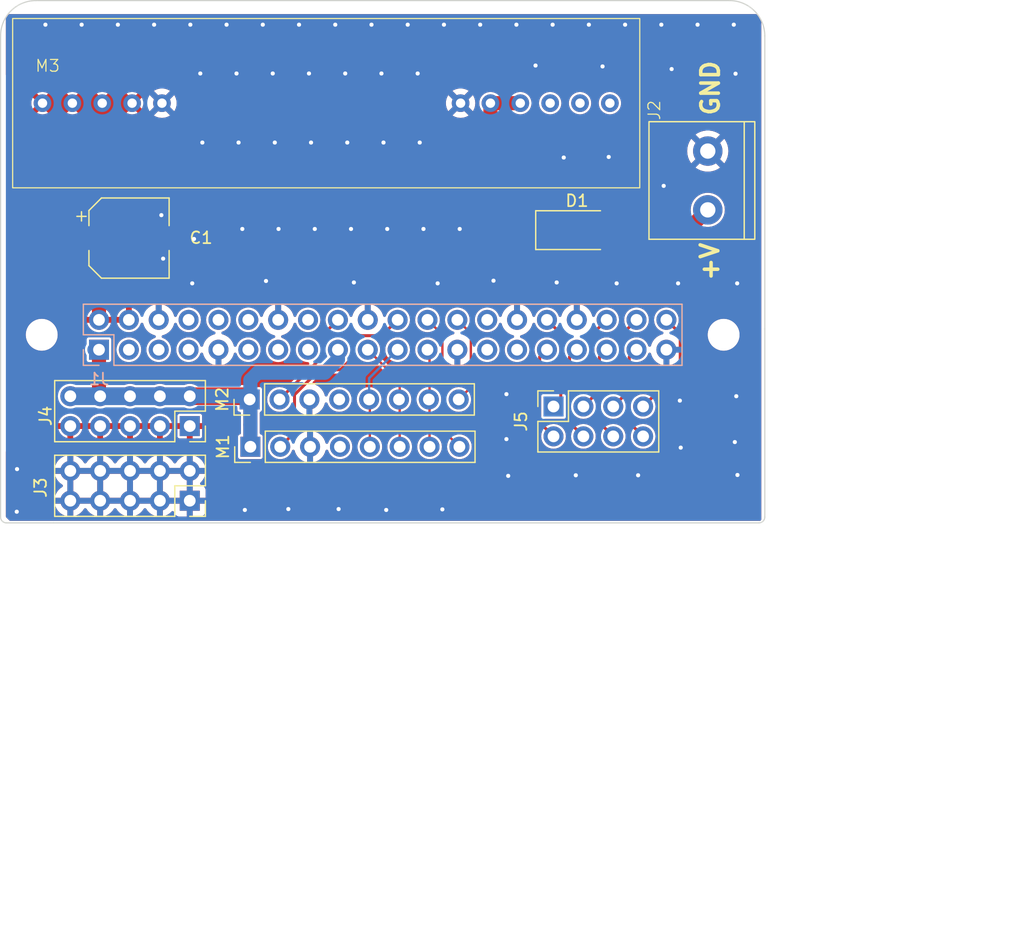
<source format=kicad_pcb>
(kicad_pcb (version 20240706) (generator "pcbnew") (generator_version "8.99")
  (title_block (date "2024-07-24"))
  (layers (0 "F.Cu" signal) (31 "B.Cu" signal) (34 "B.Paste" user) (35 "F.Paste" user) (36 "B.SilkS" user "B.Silkscreen") (37 "F.SilkS" user "F.Silkscreen") (38 "B.Mask" user) (39 "F.Mask" user) (44 "Edge.Cuts" user))
  (net 0 "")
  (net 1 "GND")
  (net 2 "/GPIO2{slash}SDA1")
  (net 3 "/GPIO3{slash}SCL1")
  (net 4 "/GPIO4{slash}GPCLK0")
  (net 5 "/GPIO14{slash}TXD0")
  (net 6 "/GPIO15{slash}RXD0")
  (net 7 "/GPIO17")
  (net 8 "/GPIO18{slash}PCM.CLK")
  (net 9 "/GPIO27")
  (net 10 "/GPIO22")
  (net 11 "/GPIO23")
  (net 12 "/GPIO24")
  (net 13 "/GPIO10{slash}SPI0.MOSI")
  (net 14 "/GPIO9{slash}SPI0.MISO")
  (net 15 "/GPIO25")
  (net 16 "/GPIO11{slash}SPI0.SCLK")
  (net 17 "/GPIO8{slash}SPI0.CE0")
  (net 18 "/GPIO7{slash}SPI0.CE1")
  (net 19 "/ID_SDA")
  (net 20 "/ID_SCL")
  (net 21 "/GPIO5")
  (net 22 "/GPIO6")
  (net 23 "/GPIO12{slash}PWM0")
  (net 24 "/GPIO13{slash}PWM1")
  (net 25 "/GPIO19{slash}PCM.FS")
  (net 26 "/GPIO16")
  (net 27 "/GPIO26")
  (net 28 "/GPIO20{slash}PCM.DIN")
  (net 29 "/GPIO21{slash}PCM.DOUT")
  (net 30 "+5V")
  (net 31 "+3V3")
  (net 37 "Net-(D1-A)")
  (net 38 "Net-(D1-K)")
  (footprint "Connector_PinSocket_2.54mm:PinSocket_2x05_P2.54mm_Vertical" (layer "F.Cu") (at 184.115 146.24 -90)
    (property "Reference" "J3" (at -1.115 12.69 -90) (layer "F.SilkS"))
    (property "Value" "Conn_02x05_Odd_Even")
    (fp_line (start -3.87 11.49) (end 1.33 11.49) (stroke (width 0.12)) (layer "F.SilkS"))
    (fp_line (start -1.27 1.27) (end 1.33 1.27) (stroke (width 0.12)) (layer "F.SilkS"))
    (fp_line (start 1.33 1.27) (end 1.33 11.49) (stroke (width 0.12)) (layer "F.SilkS"))
    (fp_line (start -3.87 -1.33) (end -3.87 11.49) (stroke (width 0.12)) (layer "F.SilkS"))
    (fp_line (start -3.87 -1.33) (end -1.27 -1.33) (stroke (width 0.12)) (layer "F.SilkS"))
    (fp_line (start -1.27 -1.33) (end -1.27 1.27) (stroke (width 0.12)) (layer "F.SilkS"))
    (fp_line (start 0 -1.33) (end 1.33 -1.33) (stroke (width 0.12)) (layer "F.SilkS"))
    (fp_line (start 1.33 -1.33) (end 1.33 0) (stroke (width 0.12)) (layer "F.SilkS"))
    (pad "1" thru_hole rect (at 0 0 270) (size 1.7 1.7) (drill 1) (layers "*.Cu" "*.Mask") (net 1 "GND"))
    (pad "2" thru_hole oval (at -2.54 0 270) (size 1.7 1.7) (drill 1) (layers "*.Cu" "*.Mask") (net 1 "GND"))
    (pad "3" thru_hole oval (at 0 2.54 270) (size 1.7 1.7) (drill 1) (layers "*.Cu" "*.Mask") (net 1 "GND"))
    (pad "4" thru_hole oval (at -2.54 2.54 270) (size 1.7 1.7) (drill 1) (layers "*.Cu" "*.Mask") (net 1 "GND"))
    (pad "5" thru_hole oval (at 0 5.08 270) (size 1.7 1.7) (drill 1) (layers "*.Cu" "*.Mask") (net 1 "GND"))
    (pad "6" thru_hole oval (at -2.54 5.08 270) (size 1.7 1.7) (drill 1) (layers "*.Cu" "*.Mask") (net 1 "GND"))
    (pad "7" thru_hole oval (at 0 7.62 270) (size 1.7 1.7) (drill 1) (layers "*.Cu" "*.Mask") (net 1 "GND"))
    (pad "8" thru_hole oval (at -2.54 7.62 270) (size 1.7 1.7) (drill 1) (layers "*.Cu" "*.Mask") (net 1 "GND"))
    (pad "9" thru_hole oval (at 0 10.16 270) (size 1.7 1.7) (drill 1) (layers "*.Cu" "*.Mask") (net 1 "GND"))
    (pad "10" thru_hole oval (at -2.54 10.16 270) (size 1.7 1.7) (drill 1) (layers "*.Cu" "*.Mask") (net 1 "GND"))
  )
  (footprint "MountingHole:MountingHole_2.7mm_M2.5" (layer "F.Cu") (at 229.525 132.125)
    (property "Reference" "MH2" (hide yes))
    (property "Value" "MountingHole_2.7mm_M2.5" (hide yes))
    (pad "" np_thru_hole circle (at 0 0) (size 2.7 2.7) (drill 2.7) (layers "*.Cu" "*.Mask"))
  )
  (footprint "Diode_SMD:D_SMA" (layer "F.Cu") (at 217.05 123.225)
    (property "Reference" "D1" (at 0 -2.5 0) (layer "F.SilkS"))
    (property "Value" "D_Small_Filled")
    (fp_line (start -3.51 -1.65) (end -3.51 1.65) (stroke (width 0.12)) (layer "F.SilkS"))
    (fp_line (start -3.51 -1.65) (end 2 -1.65) (stroke (width 0.12)) (layer "F.SilkS"))
    (fp_line (start -3.51 1.65) (end 2 1.65) (stroke (width 0.12)) (layer "F.SilkS"))
    (pad "1" smd roundrect (at -2 0) (size 2.5 1.8) (layers "F.Cu" "F.Paste" "F.Mask") (roundrect_rratio 0.1388888889) (net 38 "Net-(D1-K)"))
    (pad "2" smd roundrect (at 2 0) (size 2.5 1.8) (layers "F.Cu" "F.Paste" "F.Mask") (roundrect_rratio 0.1388888889) (net 37 "Net-(D1-A)"))
  )
  (footprint "Connector_PinHeader_2.54mm:PinHeader_1x08_P2.54mm_Vertical" (layer "F.Cu") (at 189.21 137.625 90)
    (property "Reference" "M2" (at 0 -2.33 90) (layer "F.SilkS"))
    (property "Value" "~")
    (fp_line (start -1.33 -1.33) (end 0 -1.33) (stroke (width 0.12)) (layer "F.SilkS"))
    (fp_line (start -1.33 0) (end -1.33 -1.33) (stroke (width 0.12)) (layer "F.SilkS"))
    (fp_line (start 1.33 1.27) (end 1.33 19.11) (stroke (width 0.12)) (layer "F.SilkS"))
    (fp_line (start -1.33 1.27) (end 1.33 1.27) (stroke (width 0.12)) (layer "F.SilkS"))
    (fp_line (start -1.33 1.27) (end -1.33 19.11) (stroke (width 0.12)) (layer "F.SilkS"))
    (fp_line (start -1.33 19.11) (end 1.33 19.11) (stroke (width 0.12)) (layer "F.SilkS"))
    (pad "1" thru_hole rect (at 0 0 90) (size 1.7 1.7) (drill 1) (layers "*.Cu" "*.Mask") (net 31 "+3V3"))
    (pad "2" thru_hole oval (at 0 2.54 90) (size 1.7 1.7) (drill 1) (layers "*.Cu" "*.Mask") (net 12 "/GPIO24"))
    (pad "3" thru_hole oval (at 0 5.08 90) (size 1.7 1.7) (drill 1) (layers "*.Cu" "*.Mask") (net 1 "GND"))
    (pad "4" thru_hole oval (at 0 7.62 90) (size 1.7 1.7) (drill 1) (layers "*.Cu" "*.Mask"))
    (pad "5" thru_hole oval (at 0 10.16 90) (size 1.7 1.7) (drill 1) (layers "*.Cu" "*.Mask") (net 14 "/GPIO9{slash}SPI0.MISO"))
    (pad "6" thru_hole oval (at 0 12.7 90) (size 1.7 1.7) (drill 1) (layers "*.Cu" "*.Mask") (net 13 "/GPIO10{slash}SPI0.MOSI"))
    (pad "7" thru_hole oval (at 0 15.24 90) (size 1.7 1.7) (drill 1) (layers "*.Cu" "*.Mask") (net 16 "/GPIO11{slash}SPI0.SCLK"))
    (pad "8" thru_hole oval (at 0 17.78 90) (size 1.7 1.7) (drill 1) (layers "*.Cu" "*.Mask") (net 18 "/GPIO7{slash}SPI0.CE1"))
  )
  (footprint "Connector_PinSocket_2.54mm:PinSocket_2x05_P2.54mm_Vertical" (layer "F.Cu") (at 184.115 139.89 -90)
    (property "Reference" "J4" (at -0.865 12.265 -90) (layer "F.SilkS"))
    (property "Value" "Conn_02x05_Odd_Even")
    (fp_line (start -3.87 11.49) (end 1.33 11.49) (stroke (width 0.12)) (layer "F.SilkS"))
    (fp_line (start -1.27 1.27) (end 1.33 1.27) (stroke (width 0.12)) (layer "F.SilkS"))
    (fp_line (start 1.33 1.27) (end 1.33 11.49) (stroke (width 0.12)) (layer "F.SilkS"))
    (fp_line (start -3.87 -1.33) (end -3.87 11.49) (stroke (width 0.12)) (layer "F.SilkS"))
    (fp_line (start -3.87 -1.33) (end -1.27 -1.33) (stroke (width 0.12)) (layer "F.SilkS"))
    (fp_line (start -1.27 -1.33) (end -1.27 1.27) (stroke (width 0.12)) (layer "F.SilkS"))
    (fp_line (start 0 -1.33) (end 1.33 -1.33) (stroke (width 0.12)) (layer "F.SilkS"))
    (fp_line (start 1.33 -1.33) (end 1.33 0) (stroke (width 0.12)) (layer "F.SilkS"))
    (pad "1" thru_hole rect (at 0 0 270) (size 1.7 1.7) (drill 1) (layers "*.Cu" "*.Mask") (net 30 "+5V"))
    (pad "2" thru_hole oval (at -2.54 0 270) (size 1.7 1.7) (drill 1) (layers "*.Cu" "*.Mask") (net 31 "+3V3"))
    (pad "3" thru_hole oval (at 0 2.54 270) (size 1.7 1.7) (drill 1) (layers "*.Cu" "*.Mask") (net 30 "+5V"))
    (pad "4" thru_hole oval (at -2.54 2.54 270) (size 1.7 1.7) (drill 1) (layers "*.Cu" "*.Mask") (net 31 "+3V3"))
    (pad "5" thru_hole oval (at 0 5.08 270) (size 1.7 1.7) (drill 1) (layers "*.Cu" "*.Mask") (net 30 "+5V"))
    (pad "6" thru_hole oval (at -2.54 5.08 270) (size 1.7 1.7) (drill 1) (layers "*.Cu" "*.Mask") (net 31 "+3V3"))
    (pad "7" thru_hole oval (at 0 7.62 270) (size 1.7 1.7) (drill 1) (layers "*.Cu" "*.Mask") (net 30 "+5V"))
    (pad "8" thru_hole oval (at -2.54 7.62 270) (size 1.7 1.7) (drill 1) (layers "*.Cu" "*.Mask") (net 31 "+3V3"))
    (pad "9" thru_hole oval (at 0 10.16 270) (size 1.7 1.7) (drill 1) (layers "*.Cu" "*.Mask") (net 30 "+5V"))
    (pad "10" thru_hole oval (at -2.54 10.16 270) (size 1.7 1.7) (drill 1) (layers "*.Cu" "*.Mask") (net 31 "+3V3"))
  )
  (footprint "MountingHole:MountingHole_2.7mm_M2.5" (layer "F.Cu") (at 171.525 132.125)
    (property "Reference" "MH1" (hide yes))
    (property "Value" "MountingHole_2.7mm_M2.5" (hide yes))
    (pad "" np_thru_hole circle (at 0 0) (size 2.7 2.7) (drill 2.7) (layers "*.Cu" "*.Mask"))
  )
  (footprint "Capacitor_SMD:CP_Elec_6.3x7.7" (layer "F.Cu") (at 178.95 123.9)
    (property "Reference" "C1" (at 6.125 -0.025 0) (layer "F.SilkS"))
    (property "Value" "100uF")
    (fp_line (start -4.4375 -1.8475) (end -3.65 -1.8475) (stroke (width 0.12)) (layer "F.SilkS"))
    (fp_line (start -4.04375 -2.24125) (end -4.04375 -1.45375) (stroke (width 0.12)) (layer "F.SilkS"))
    (fp_line (start -3.41 -2.345563) (end -3.41 -1.06) (stroke (width 0.12)) (layer "F.SilkS"))
    (fp_line (start -3.41 -2.345563) (end -2.345563 -3.41) (stroke (width 0.12)) (layer "F.SilkS"))
    (fp_line (start -3.41 2.345563) (end -3.41 1.06) (stroke (width 0.12)) (layer "F.SilkS"))
    (fp_line (start -3.41 2.345563) (end -2.345563 3.41) (stroke (width 0.12)) (layer "F.SilkS"))
    (fp_line (start -2.345563 -3.41) (end 3.41 -3.41) (stroke (width 0.12)) (layer "F.SilkS"))
    (fp_line (start -2.345563 3.41) (end 3.41 3.41) (stroke (width 0.12)) (layer "F.SilkS"))
    (fp_line (start 3.41 -3.41) (end 3.41 -1.06) (stroke (width 0.12)) (layer "F.SilkS"))
    (fp_line (start 3.41 3.41) (end 3.41 1.06) (stroke (width 0.12)) (layer "F.SilkS"))
    (pad "1" smd roundrect (at -2.7 0) (size 3.5 1.6) (layers "F.Cu" "F.Paste" "F.Mask") (roundrect_rratio 0.15625) (net 30 "+5V"))
    (pad "2" smd roundrect (at 2.7 0) (size 3.5 1.6) (layers "F.Cu" "F.Paste" "F.Mask") (roundrect_rratio 0.15625) (net 1 "GND"))
  )
  (footprint "Connector_PinHeader_2.54mm:PinHeader_1x08_P2.54mm_Vertical" (layer "F.Cu") (at 189.27 141.65 90)
    (property "Reference" "M1" (at 0 -2.33 90) (layer "F.SilkS"))
    (property "Value" "~")
    (fp_line (start -1.33 -1.33) (end 0 -1.33) (stroke (width 0.12)) (layer "F.SilkS"))
    (fp_line (start -1.33 0) (end -1.33 -1.33) (stroke (width 0.12)) (layer "F.SilkS"))
    (fp_line (start 1.33 1.27) (end 1.33 19.11) (stroke (width 0.12)) (layer "F.SilkS"))
    (fp_line (start -1.33 1.27) (end 1.33 1.27) (stroke (width 0.12)) (layer "F.SilkS"))
    (fp_line (start -1.33 1.27) (end -1.33 19.11) (stroke (width 0.12)) (layer "F.SilkS"))
    (fp_line (start -1.33 19.11) (end 1.33 19.11) (stroke (width 0.12)) (layer "F.SilkS"))
    (pad "1" thru_hole rect (at 0 0 90) (size 1.7 1.7) (drill 1) (layers "*.Cu" "*.Mask") (net 31 "+3V3"))
    (pad "2" thru_hole oval (at 0 2.54 90) (size 1.7 1.7) (drill 1) (layers "*.Cu" "*.Mask") (net 15 "/GPIO25"))
    (pad "3" thru_hole oval (at 0 5.08 90) (size 1.7 1.7) (drill 1) (layers "*.Cu" "*.Mask") (net 1 "GND"))
    (pad "4" thru_hole oval (at 0 7.62 90) (size 1.7 1.7) (drill 1) (layers "*.Cu" "*.Mask"))
    (pad "5" thru_hole oval (at 0 10.16 90) (size 1.7 1.7) (drill 1) (layers "*.Cu" "*.Mask") (net 14 "/GPIO9{slash}SPI0.MISO"))
    (pad "6" thru_hole oval (at 0 12.7 90) (size 1.7 1.7) (drill 1) (layers "*.Cu" "*.Mask") (net 13 "/GPIO10{slash}SPI0.MOSI"))
    (pad "7" thru_hole oval (at 0 15.24 90) (size 1.7 1.7) (drill 1) (layers "*.Cu" "*.Mask") (net 16 "/GPIO11{slash}SPI0.SCLK"))
    (pad "8" thru_hole oval (at 0 17.78 90) (size 1.7 1.7) (drill 1) (layers "*.Cu" "*.Mask") (net 17 "/GPIO8{slash}SPI0.CE0"))
  )
  (footprint "My Footprints:Conn_CUI_TB003-500-P02BE" (layer "F.Cu") (at 228.175 119 90)
    (property "Reference" "J2" (at 5.975 -4.55 90) (layer "F.SilkS") (effects (font (thickness 0.1))))
    (property "Value" "Screw_Terminal_01x02")
    (fp_line (start -5 3.1) (end 5 3.1) (stroke (width 0.12)) (layer "F.SilkS"))
    (fp_rect (start -5 -5) (end 5 4) (stroke (width 0.12)) (fill none) (layer "F.SilkS"))
    (pad "1" thru_hole circle (at -2.5 0 90) (size 2.5 2.5) (drill 1.3) (layers "*.Cu" "*.Mask") (net 37 "Net-(D1-A)"))
    (pad "2" thru_hole circle (at 2.5 0 90) (size 2.5 2.5) (drill 1.3) (layers "*.Cu" "*.Mask") (net 1 "GND"))
  )
  (footprint "Connector_PinSocket_2.54mm:PinSocket_2x04_P2.54mm_Vertical" (layer "F.Cu") (at 215.055 138.225 90)
    (property "Reference" "J5" (at -1.27 -2.77 90) (layer "F.SilkS"))
    (property "Value" "Conn_02x04_Counter_Clockwise")
    (fp_line (start 1.33 -1.33) (end 1.33 0) (stroke (width 0.12)) (layer "F.SilkS"))
    (fp_line (start 0 -1.33) (end 1.33 -1.33) (stroke (width 0.12)) (layer "F.SilkS"))
    (fp_line (start -1.27 -1.33) (end -1.27 1.27) (stroke (width 0.12)) (layer "F.SilkS"))
    (fp_line (start -3.87 -1.33) (end -1.27 -1.33) (stroke (width 0.12)) (layer "F.SilkS"))
    (fp_line (start -3.87 -1.33) (end -3.87 8.95) (stroke (width 0.12)) (layer "F.SilkS"))
    (fp_line (start 1.33 1.27) (end 1.33 8.95) (stroke (width 0.12)) (layer "F.SilkS"))
    (fp_line (start -1.27 1.27) (end 1.33 1.27) (stroke (width 0.12)) (layer "F.SilkS"))
    (fp_line (start -3.87 8.95) (end 1.33 8.95) (stroke (width 0.12)) (layer "F.SilkS"))
    (pad "1" thru_hole rect (at 0 0 90) (size 1.7 1.7) (drill 1) (layers "*.Cu" "*.Mask") (net 23 "/GPIO12{slash}PWM0"))
    (pad "2" thru_hole oval (at -2.54 0 90) (size 1.7 1.7) (drill 1) (layers "*.Cu" "*.Mask") (net 22 "/GPIO6"))
    (pad "3" thru_hole oval (at 0 2.54 90) (size 1.7 1.7) (drill 1) (layers "*.Cu" "*.Mask") (net 26 "/GPIO16"))
    (pad "4" thru_hole oval (at -2.54 2.54 90) (size 1.7 1.7) (drill 1) (layers "*.Cu" "*.Mask") (net 24 "/GPIO13{slash}PWM1"))
    (pad "5" thru_hole oval (at 0 5.08 90) (size 1.7 1.7) (drill 1) (layers "*.Cu" "*.Mask") (net 28 "/GPIO20{slash}PCM.DIN"))
    (pad "6" thru_hole oval (at -2.54 5.08 90) (size 1.7 1.7) (drill 1) (layers "*.Cu" "*.Mask") (net 25 "/GPIO19{slash}PCM.FS"))
    (pad "7" thru_hole oval (at 0 7.62 90) (size 1.7 1.7) (drill 1) (layers "*.Cu" "*.Mask") (net 29 "/GPIO21{slash}PCM.DOUT"))
    (pad "8" thru_hole oval (at -2.54 7.62 90) (size 1.7 1.7) (drill 1) (layers "*.Cu" "*.Mask") (net 27 "/GPIO26"))
  )
  (footprint "My Footprints:MeanWell_NID35-5" (layer "F.Cu") (at 171.59 112.425)
    (property "Reference" "M3" (at 0.435 -3.175 0) (layer "F.SilkS") (effects (font (thickness 0.1))))
    (property "Value" "MeanWell_NID35-5")
    (fp_rect (start -2.54 -7.2) (end 50.8 7.2) (stroke (width 0.1)) (fill none) (layer "F.SilkS"))
    (pad "1" thru_hole circle (at 0 0) (size 1.5 1.5) (drill 0.8) (layers "*.Cu" "*.Mask") (net 30 "+5V"))
    (pad "2" thru_hole circle (at 2.54 0) (size 1.5 1.5) (drill 0.8) (layers "*.Cu" "*.Mask") (net 30 "+5V"))
    (pad "3" thru_hole circle (at 5.08 0) (size 1.5 1.5) (drill 0.8) (layers "*.Cu" "*.Mask") (net 30 "+5V"))
    (pad "4" thru_hole circle (at 7.62 0) (size 1.5 1.5) (drill 0.8) (layers "*.Cu" "*.Mask") (net 30 "+5V"))
    (pad "5" thru_hole circle (at 10.16 0) (size 1.5 1.5) (drill 0.8) (layers "*.Cu" "*.Mask") (net 1 "GND"))
    (pad "6" thru_hole circle (at 35.56 0) (size 1.5 1.5) (drill 0.8) (layers "*.Cu" "*.Mask") (net 1 "GND"))
    (pad "7" thru_hole circle (at 38.1 0) (size 1.5 1.5) (drill 0.8) (layers "*.Cu" "*.Mask") (net 38 "Net-(D1-K)"))
    (pad "8" thru_hole circle (at 40.64 0) (size 1.5 1.5) (drill 0.8) (layers "*.Cu" "*.Mask") (net 38 "Net-(D1-K)"))
    (pad "9" thru_hole circle (at 43.18 0) (size 1.5 1.5) (drill 0.8) (layers "*.Cu" "*.Mask"))
    (pad "10" thru_hole circle (at 45.72 0) (size 1.5 1.5) (drill 0.8) (layers "*.Cu" "*.Mask"))
    (pad "11" thru_hole circle (at 48.26 0) (size 1.5 1.5) (drill 0.8) (layers "*.Cu" "*.Mask"))
  )
  (footprint "Connector_PinSocket_2.54mm:PinSocket_2x20_P2.54mm_Vertical" (layer "B.Cu") (at 176.395 133.395 -90)
    (property "Reference" "J1" (at 2.5 0 0) (layer "B.SilkS") (effects (justify mirror)))
    (property "Value" "Conn_02x20_Odd_Even")
    (fp_line (start -3.87 1.33) (end -1.27 1.33) (stroke (width 0.12)) (layer "B.SilkS"))
    (fp_line (start -3.87 1.33) (end -3.87 -49.59) (stroke (width 0.12)) (layer "B.SilkS"))
    (fp_line (start -1.27 1.33) (end -1.27 -1.27) (stroke (width 0.12)) (layer "B.SilkS"))
    (fp_line (start 0 1.33) (end 1.33 1.33) (stroke (width 0.12)) (layer "B.SilkS"))
    (fp_line (start 1.33 1.33) (end 1.33 0) (stroke (width 0.12)) (layer "B.SilkS"))
    (fp_line (start -1.27 -1.27) (end 1.33 -1.27) (stroke (width 0.12)) (layer "B.SilkS"))
    (fp_line (start 1.33 -1.27) (end 1.33 -49.59) (stroke (width 0.12)) (layer "B.SilkS"))
    (fp_line (start -3.87 -49.59) (end 1.33 -49.59) (stroke (width 0.12)) (layer "B.SilkS"))
    (pad "1" thru_hole rect (at 0 0 270) (size 1.7 1.7) (drill 1) (layers "*.Cu" "*.Mask") (net 31 "+3V3"))
    (pad "2" thru_hole oval (at -2.54 0 270) (size 1.7 1.7) (drill 1) (layers "*.Cu" "*.Mask") (net 30 "+5V"))
    (pad "3" thru_hole oval (at 0 -2.54 270) (size 1.7 1.7) (drill 1) (layers "*.Cu" "*.Mask") (net 2 "/GPIO2{slash}SDA1"))
    (pad "4" thru_hole oval (at -2.54 -2.54 270) (size 1.7 1.7) (drill 1) (layers "*.Cu" "*.Mask") (net 30 "+5V"))
    (pad "5" thru_hole oval (at 0 -5.08 270) (size 1.7 1.7) (drill 1) (layers "*.Cu" "*.Mask") (net 3 "/GPIO3{slash}SCL1"))
    (pad "6" thru_hole oval (at -2.54 -5.08 270) (size 1.7 1.7) (drill 1) (layers "*.Cu" "*.Mask") (net 1 "GND"))
    (pad "7" thru_hole oval (at 0 -7.62 270) (size 1.7 1.7) (drill 1) (layers "*.Cu" "*.Mask") (net 4 "/GPIO4{slash}GPCLK0"))
    (pad "8" thru_hole oval (at -2.54 -7.62 270) (size 1.7 1.7) (drill 1) (layers "*.Cu" "*.Mask") (net 5 "/GPIO14{slash}TXD0"))
    (pad "9" thru_hole oval (at 0 -10.16 270) (size 1.7 1.7) (drill 1) (layers "*.Cu" "*.Mask") (net 1 "GND"))
    (pad "10" thru_hole oval (at -2.54 -10.16 270) (size 1.7 1.7) (drill 1) (layers "*.Cu" "*.Mask") (net 6 "/GPIO15{slash}RXD0"))
    (pad "11" thru_hole oval (at 0 -12.7 270) (size 1.7 1.7) (drill 1) (layers "*.Cu" "*.Mask") (net 7 "/GPIO17"))
    (pad "12" thru_hole oval (at -2.54 -12.7 270) (size 1.7 1.7) (drill 1) (layers "*.Cu" "*.Mask") (net 8 "/GPIO18{slash}PCM.CLK"))
    (pad "13" thru_hole oval (at 0 -15.24 270) (size 1.7 1.7) (drill 1) (layers "*.Cu" "*.Mask") (net 9 "/GPIO27"))
    (pad "14" thru_hole oval (at -2.54 -15.24 270) (size 1.7 1.7) (drill 1) (layers "*.Cu" "*.Mask") (net 1 "GND"))
    (pad "15" thru_hole oval (at 0 -17.78 270) (size 1.7 1.7) (drill 1) (layers "*.Cu" "*.Mask") (net 10 "/GPIO22"))
    (pad "16" thru_hole oval (at -2.54 -17.78 270) (size 1.7 1.7) (drill 1) (layers "*.Cu" "*.Mask") (net 11 "/GPIO23"))
    (pad "17" thru_hole oval (at 0 -20.32 270) (size 1.7 1.7) (drill 1) (layers "*.Cu" "*.Mask") (net 31 "+3V3"))
    (pad "18" thru_hole oval (at -2.54 -20.32 270) (size 1.7 1.7) (drill 1) (layers "*.Cu" "*.Mask") (net 12 "/GPIO24"))
    (pad "19" thru_hole oval (at 0 -22.86 270) (size 1.7 1.7) (drill 1) (layers "*.Cu" "*.Mask") (net 13 "/GPIO10{slash}SPI0.MOSI"))
    (pad "20" thru_hole oval (at -2.54 -22.86 270) (size 1.7 1.7) (drill 1) (layers "*.Cu" "*.Mask") (net 1 "GND"))
    (pad "21" thru_hole oval (at 0 -25.4 270) (size 1.7 1.7) (drill 1) (layers "*.Cu" "*.Mask") (net 14 "/GPIO9{slash}SPI0.MISO"))
    (pad "22" thru_hole oval (at -2.54 -25.4 270) (size 1.7 1.7) (drill 1) (layers "*.Cu" "*.Mask") (net 15 "/GPIO25"))
    (pad "23" thru_hole oval (at 0 -27.94 270) (size 1.7 1.7) (drill 1) (layers "*.Cu" "*.Mask") (net 16 "/GPIO11{slash}SPI0.SCLK"))
    (pad "24" thru_hole oval (at -2.54 -27.94 270) (size 1.7 1.7) (drill 1) (layers "*.Cu" "*.Mask") (net 17 "/GPIO8{slash}SPI0.CE0"))
    (pad "25" thru_hole oval (at 0 -30.48 270) (size 1.7 1.7) (drill 1) (layers "*.Cu" "*.Mask") (net 1 "GND"))
    (pad "26" thru_hole oval (at -2.54 -30.48 270) (size 1.7 1.7) (drill 1) (layers "*.Cu" "*.Mask") (net 18 "/GPIO7{slash}SPI0.CE1"))
    (pad "27" thru_hole oval (at 0 -33.02 270) (size 1.7 1.7) (drill 1) (layers "*.Cu" "*.Mask") (net 19 "/ID_SDA"))
    (pad "28" thru_hole oval (at -2.54 -33.02 270) (size 1.7 1.7) (drill 1) (layers "*.Cu" "*.Mask") (net 20 "/ID_SCL"))
    (pad "29" thru_hole oval (at 0 -35.56 270) (size 1.7 1.7) (drill 1) (layers "*.Cu" "*.Mask") (net 21 "/GPIO5"))
    (pad "30" thru_hole oval (at -2.54 -35.56 270) (size 1.7 1.7) (drill 1) (layers "*.Cu" "*.Mask") (net 1 "GND"))
    (pad "31" thru_hole oval (at 0 -38.1 270) (size 1.7 1.7) (drill 1) (layers "*.Cu" "*.Mask") (net 22 "/GPIO6"))
    (pad "32" thru_hole oval (at -2.54 -38.1 270) (size 1.7 1.7) (drill 1) (layers "*.Cu" "*.Mask") (net 23 "/GPIO12{slash}PWM0"))
    (pad "33" thru_hole oval (at 0 -40.64 270) (size 1.7 1.7) (drill 1) (layers "*.Cu" "*.Mask") (net 24 "/GPIO13{slash}PWM1"))
    (pad "34" thru_hole oval (at -2.54 -40.64 270) (size 1.7 1.7) (drill 1) (layers "*.Cu" "*.Mask") (net 1 "GND"))
    (pad "35" thru_hole oval (at 0 -43.18 270) (size 1.7 1.7) (drill 1) (layers "*.Cu" "*.Mask") (net 25 "/GPIO19{slash}PCM.FS"))
    (pad "36" thru_hole oval (at -2.54 -43.18 270) (size 1.7 1.7) (drill 1) (layers "*.Cu" "*.Mask") (net 26 "/GPIO16"))
    (pad "37" thru_hole oval (at 0 -45.72 270) (size 1.7 1.7) (drill 1) (layers "*.Cu" "*.Mask") (net 27 "/GPIO26"))
    (pad "38" thru_hole oval (at -2.54 -45.72 270) (size 1.7 1.7) (drill 1) (layers "*.Cu" "*.Mask") (net 28 "/GPIO20{slash}PCM.DIN"))
    (pad "39" thru_hole oval (at 0 -48.26 270) (size 1.7 1.7) (drill 1) (layers "*.Cu" "*.Mask") (net 1 "GND"))
    (pad "40" thru_hole oval (at -2.54 -48.26 270) (size 1.7 1.7) (drill 1) (layers "*.Cu" "*.Mask") (net 29 "/GPIO21{slash}PCM.DOUT"))
  )
  (gr_arc (start 168.525 148.125) (mid 168.171447 147.978553) (end 168.025 147.625) (stroke (width 0.1)) (layer "Edge.Cuts"))
  (gr_line (start 233.025 147.625) (end 233.025 131.625) (stroke (width 0.1)) (layer "Edge.Cuts"))
  (gr_line (start 230.025 103.7) (end 171.025 103.7) (stroke (width 0.1)) (layer "Edge.Cuts"))
  (gr_line (start 168.025 131.625) (end 168.025 147.625) (stroke (width 0.1)) (layer "Edge.Cuts"))
  (gr_line (start 168.025 131.625) (end 168.025 106.7) (stroke (width 0.1)) (layer "Edge.Cuts"))
  (gr_arc (start 168.025 106.7) (mid 168.90368 104.57868) (end 171.025 103.7) (stroke (width 0.1)) (layer "Edge.Cuts"))
  (gr_arc (start 233.025 147.625) (mid 232.878553 147.978553) (end 232.525 148.125) (stroke (width 0.1)) (layer "Edge.Cuts"))
  (gr_line (start 172.525 148.125) (end 232.525 148.125) (stroke (width 0.1)) (layer "Edge.Cuts"))
  (gr_arc (start 230.025 103.7) (mid 232.14632 104.57868) (end 233.025 106.7) (stroke (width 0.1)) (layer "Edge.Cuts"))
  (gr_line (start 233.025 106.7) (end 233.025 131.625) (stroke (width 0.1)) (layer "Edge.Cuts"))
  (gr_line (start 168.525 148.125) (end 172.525 148.125) (stroke (width 0.1)) (layer "Edge.Cuts"))
  (gr_text "BK Telematics  RFID HAT V1" (at 209.125 147.25 0) (layer "F.Cu") (effects (font (size 1 1)) (justify left bottom)))
  (gr_text "+V" (at 229.225 127.675 90) (layer "F.SilkS") (effects (font (size 1.5 1.5) (thickness 0.3) (bold yes)) (justify left bottom)))
  (gr_text "GND" (at 229.275 113.625 90) (layer "F.SilkS") (effects (font (size 1.5 1.5) (thickness 0.3) (bold yes)) (justify left bottom)))
  (via (at 188.092105 109.9) (size 0.7) (drill 0.35) (layers "F.Cu" "B.Cu") (net 1))
  (via (at 191.348684 115.775) (size 0.7) (drill 0.35) (layers "F.Cu" "B.Cu") (net 1))
  (via (at 194.748684 123.125) (size 0.7) (drill 0.35) (layers "F.Cu" "B.Cu") (net 1))
  (via (at 230.475 141.25) (size 0.7) (drill 0.35) (layers "F.Cu" "B.Cu") (net 1))
  (via (at 207.075 123.125) (size 0.7) (drill 0.35) (layers "F.Cu" "B.Cu") (net 1))
  (via (at 185.010527 109.9) (size 0.7) (drill 0.35) (layers "F.Cu" "B.Cu") (net 1))
  (via (at 185.185527 115.775) (size 0.7) (drill 0.35) (layers "F.Cu" "B.Cu") (net 1))
  (via (at 230.675 127.75) (size 0.7) (drill 0.35) (layers "F.Cu" "B.Cu") (net 1))
  (via (at 203.5 109.9) (size 0.7) (drill 0.35) (layers "F.Cu" "B.Cu") (net 1))
  (via (at 199.572369 105.75) (size 0.7) (drill 0.35) (layers "F.Cu" "B.Cu") (net 1))
  (via (at 214.980264 105.75) (size 0.7) (drill 0.35) (layers "F.Cu" "B.Cu") (net 1))
  (via (at 169.4 147.175) (size 0.7) (drill 0.35) (layers "F.Cu" "B.Cu") (net 1))
  (via (at 222.25 144.075) (size 0.7) (drill 0.35) (layers "F.Cu" "B.Cu") (net 1))
  (via (at 171.838159 105.75) (size 0.7) (drill 0.35) (layers "F.Cu" "B.Cu") (net 1))
  (via (at 224.225 105.75) (size 0.7) (drill 0.35) (layers "F.Cu" "B.Cu") (net 1))
  (via (at 200.911842 123.125) (size 0.7) (drill 0.35) (layers "F.Cu" "B.Cu") (net 1))
  (via (at 211.2 144.125) (size 0.7) (drill 0.35) (layers "F.Cu" "B.Cu") (net 1))
  (via (at 193.409211 105.75) (size 0.7) (drill 0.35) (layers "F.Cu" "B.Cu") (net 1))
  (via (at 188.8 147.025) (size 0.7) (drill 0.35) (layers "F.Cu" "B.Cu") (net 1))
  (via (at 194.255263 109.9) (size 0.7) (drill 0.35) (layers "F.Cu" "B.Cu") (net 1))
  (via (at 197.511842 115.775) (size 0.7) (drill 0.35) (layers "F.Cu" "B.Cu") (net 1))
  (via (at 219.225 109.3) (size 0.7) (drill 0.35) (layers "F.Cu" "B.Cu") (net 1))
  (via (at 230.388158 105.75) (size 0.7) (drill 0.35) (layers "F.Cu" "B.Cu") (net 1))
  (via (at 220.425 127.75) (size 0.7) (drill 0.35) (layers "F.Cu" "B.Cu") (net 1))
  (via (at 227.306579 105.75) (size 0.7) (drill 0.35) (layers "F.Cu" "B.Cu") (net 1))
  (via (at 181.85 125.65) (size 0.7) (drill 0.35) (layers "F.Cu" "B.Cu") (net 1))
  (via (at 205.6 146.975) (size 0.7) (drill 0.35) (layers "F.Cu" "B.Cu") (net 1))
  (via (at 200.593421 115.775) (size 0.7) (drill 0.35) (layers "F.Cu" "B.Cu") (net 1))
  (via (at 188.267105 115.775) (size 0.7) (drill 0.35) (layers "F.Cu" "B.Cu") (net 1))
  (via (at 184.164475 105.75) (size 0.7) (drill 0.35) (layers "F.Cu" "B.Cu") (net 1))
  (via (at 211.05 137.175) (size 0.7) (drill 0.35) (layers "F.Cu" "B.Cu") (net 1))
  (via (at 218.061842 105.75) (size 0.7) (drill 0.35) (layers "F.Cu" "B.Cu") (net 1))
  (via (at 181.082896 105.75) (size 0.7) (drill 0.35) (layers "F.Cu" "B.Cu") (net 1))
  (via (at 192.5 146.95) (size 0.7) (drill 0.35) (layers "F.Cu" "B.Cu") (net 1))
  (via (at 196.49079 105.75) (size 0.7) (drill 0.35) (layers "F.Cu" "B.Cu") (net 1))
  (via (at 181.7 121.95) (size 0.7) (drill 0.35) (layers "F.Cu" "B.Cu") (net 1))
  (via (at 230.7 144.05) (size 0.7) (drill 0.35) (layers "F.Cu" "B.Cu") (net 1))
  (via (at 197.830263 123.125) (size 0.7) (drill 0.35) (layers "F.Cu" "B.Cu") (net 1))
  (via (at 169.425 143.55) (size 0.7) (drill 0.35) (layers "F.Cu" "B.Cu") (net 1))
  (via (at 197.336842 109.9) (size 0.7) (drill 0.35) (layers "F.Cu" "B.Cu") (net 1))
  (via (at 225.65 127.75) (size 0.7) (drill 0.35) (layers "F.Cu" "B.Cu") (net 1))
  (via (at 225.1 109.525) (size 0.7) (drill 0.35) (layers "F.Cu" "B.Cu") (net 1))
  (via (at 219.75 117) (size 0.7) (drill 0.35) (layers "F.Cu" "B.Cu") (net 1))
  (via (at 202.653948 105.75) (size 0.7) (drill 0.35) (layers "F.Cu" "B.Cu") (net 1))
  (via (at 230.537134 109.919562) (size 0.7) (drill 0.35) (layers "F.Cu" "B.Cu") (net 1))
  (via (at 211.898685 105.75) (size 0.7) (drill 0.35) (layers "F.Cu" "B.Cu") (net 1))
  (via (at 174.919738 105.75) (size 0.7) (drill 0.35) (layers "F.Cu" "B.Cu") (net 1))
  (via (at 200.418421 109.9) (size 0.7) (drill 0.35) (layers "F.Cu" "B.Cu") (net 1))
  (via (at 209.95 127.525) (size 0.7) (drill 0.35) (layers "F.Cu" "B.Cu") (net 1))
  (via (at 178.001317 105.75) (size 0.7) (drill 0.35) (layers "F.Cu" "B.Cu") (net 1))
  (via (at 225.8 137.725) (size 0.7) (drill 0.35) (layers "F.Cu" "B.Cu") (net 1))
  (via (at 215.325 127.675) (size 0.7) (drill 0.35) (layers "F.Cu" "B.Cu") (net 1))
  (via (at 203.993421 123.125) (size 0.7) (drill 0.35) (layers "F.Cu" "B.Cu") (net 1))
  (via (at 203.675 115.775) (size 0.7) (drill 0.35) (layers "F.Cu" "B.Cu") (net 1))
  (via (at 191.667105 123.125) (size 0.7) (drill 0.35) (layers "F.Cu" "B.Cu") (net 1))
  (via (at 208.817106 105.75) (size 0.7) (drill 0.35) (layers "F.Cu" "B.Cu") (net 1))
  (via (at 198.075 127.675) (size 0.7) (drill 0.35) (layers "F.Cu" "B.Cu") (net 1))
  (via (at 211.05 141) (size 0.7) (drill 0.35) (layers "F.Cu" "B.Cu") (net 1))
  (via (at 196.775 146.95) (size 0.7) (drill 0.35) (layers "F.Cu" "B.Cu") (net 1))
  (via (at 194.430263 115.775) (size 0.7) (drill 0.35) (layers "F.Cu" "B.Cu") (net 1))
  (via (at 190.327632 105.75) (size 0.7) (drill 0.35) (layers "F.Cu" "B.Cu") (net 1))
  (via (at 205.2 127.75) (size 0.7) (drill 0.35) (layers "F.Cu" "B.Cu") (net 1))
  (via (at 184.325 127.75) (size 0.7) (drill 0.35) (layers "F.Cu" "B.Cu") (net 1))
  (via (at 205.735527 105.75) (size 0.7) (drill 0.35) (layers "F.Cu" "B.Cu") (net 1))
  (via (at 184.475 123.975) (size 0.7) (drill 0.35) (layers "F.Cu" "B.Cu") (net 1))
  (via (at 190.6 127.55) (size 0.7) (drill 0.35) (layers "F.Cu" "B.Cu") (net 1))
  (via (at 224.424987 119.459081) (size 0.7) (drill 0.35) (layers "F.Cu" "B.Cu") (net 1))
  (via (at 221.143421 105.75) (size 0.7) (drill 0.35) (layers "F.Cu" "B.Cu") (net 1))
  (via (at 187.246053 105.75) (size 0.7) (drill 0.35) (layers "F.Cu" "B.Cu") (net 1))
  (via (at 215.925 117.05) (size 0.7) (drill 0.35) (layers "F.Cu" "B.Cu") (net 1))
  (via (at 225.875 141.725) (size 0.7) (drill 0.35) (layers "F.Cu" "B.Cu") (net 1))
  (via (at 191.173684 109.9) (size 0.7) (drill 0.35) (layers "F.Cu" "B.Cu") (net 1))
  (via (at 188.585527 123.125) (size 0.7) (drill 0.35) (layers "F.Cu" "B.Cu") (net 1))
  (via (at 213.525 109.225) (size 0.7) (drill 0.35) (layers "F.Cu" "B.Cu") (net 1))
  (via (at 216.95 144.075) (size 0.7) (drill 0.35) (layers "F.Cu" "B.Cu") (net 1))
  (via (at 200.825 147.025) (size 0.7) (drill 0.35) (layers "F.Cu" "B.Cu") (net 1))
  (via (at 230.6 137.35) (size 0.7) (drill 0.35) (layers "F.Cu" "B.Cu") (net 1))
  (segment (start 191.75 137.625) (end 195.525 133.85) (width 0.254) (layer "F.Cu") (net 12))
  (segment (start 195.525 133.85) (end 195.525 132.045) (width 0.254) (layer "F.Cu") (net 12))
  (segment (start 195.525 132.045) (end 196.715 130.855) (width 0.254) (layer "F.Cu") (net 12))
  (segment (start 201.97 141.65) (end 201.97 136.11) (width 0.2) (layer "F.Cu") (net 13))
  (segment (start 201.97 136.11) (end 199.255 133.395) (width 0.2) (layer "F.Cu") (net 13))
  (segment (start 199.43 141.65) (end 199.43 137.685) (width 0.2) (layer "F.Cu") (net 14))
  (segment (start 199.43 137.685) (end 199.37 137.625) (width 0.2) (layer "F.Cu") (net 14))
  (segment (start 199.37 137.625) (end 199.37 135.82) (width 0.2) (layer "B.Cu") (net 14))
  (segment (start 199.37 135.82) (end 201.795 133.395) (width 0.2) (layer "B.Cu") (net 14))
  (segment (start 196.925 135.1) (end 198 134.025) (width 0.254) (layer "F.Cu") (net 15))
  (segment (start 198.675 132.2) (end 200.45 132.2) (width 0.254) (layer "F.Cu") (net 15))
  (segment (start 198 132.875) (end 198.675 132.2) (width 0.254) (layer "F.Cu") (net 15))
  (segment (start 200.45 132.2) (end 201.795 130.855) (width 0.254) (layer "F.Cu") (net 15))
  (segment (start 191.81 141.65) (end 193.025 140.435) (width 0.254) (layer "F.Cu") (net 15))
  (segment (start 193.025 140.435) (end 193.025 137.22547) (width 0.254) (layer "F.Cu") (net 15))
  (segment (start 193.025 137.22547) (end 195.15047 135.1) (width 0.254) (layer "F.Cu") (net 15))
  (segment (start 198 134.025) (end 198 132.875) (width 0.254) (layer "F.Cu") (net 15))
  (segment (start 195.15047 135.1) (end 196.925 135.1) (width 0.254) (layer "F.Cu") (net 15))
  (segment (start 204.51 141.65) (end 204.51 133.57) (width 0.2) (layer "F.Cu") (net 16))
  (segment (start 204.51 133.57) (end 204.335 133.395) (width 0.2) (layer "F.Cu") (net 16))
  (segment (start 205.6025 140.2025) (end 207.05 141.65) (width 0.2) (layer "F.Cu") (net 17))
  (segment (start 205.6025 132.1225) (end 205.6025 140.2025) (width 0.2) (layer "F.Cu") (net 17))
  (segment (start 204.335 130.855) (end 205.6025 132.1225) (width 0.2) (layer "F.Cu") (net 17))
  (segment (start 208.025 136.59) (end 208.025 132.005) (width 0.2) (layer "F.Cu") (net 18))
  (segment (start 208.025 132.005) (end 206.875 130.855) (width 0.2) (layer "F.Cu") (net 18))
  (segment (start 206.99 137.625) (end 208.025 136.59) (width 0.2) (layer "F.Cu") (net 18))
  (segment (start 215.055 140.765) (end 213.878 139.588) (width 0.254) (layer "F.Cu") (net 22))
  (segment (start 213.878 134.012) (end 214.495 133.395) (width 0.254) (layer "F.Cu") (net 22))
  (segment (start 213.878 139.588) (end 213.878 134.012) (width 0.254) (layer "F.Cu") (net 22))
  (segment (start 215.055 138.225) (end 215.672 137.608) (width 0.254) (layer "F.Cu") (net 23))
  (segment (start 215.672 137.608) (end 215.672 132.032) (width 0.254) (layer "F.Cu") (net 23))
  (segment (start 215.672 132.032) (end 214.495 130.855) (width 0.254) (layer "F.Cu") (net 23))
  (segment (start 216.418 139.588) (end 216.418 134.012) (width 0.254) (layer "F.Cu") (net 24))
  (segment (start 216.418 134.012) (end 217.035 133.395) (width 0.254) (layer "F.Cu") (net 24))
  (segment (start 217.595 140.765) (end 216.418 139.588) (width 0.254) (layer "F.Cu") (net 24))
  (segment (start 220.135 140.765) (end 218.958 139.588) (width 0.254) (layer "F.Cu") (net 25))
  (segment (start 218.958 134.012) (end 219.575 133.395) (width 0.254) (layer "F.Cu") (net 25))
  (segment (start 218.958 139.588) (end 218.958 134.012) (width 0.254) (layer "F.Cu") (net 25))
  (segment (start 219.575 130.855) (end 218.398 132.032) (width 0.254) (layer "F.Cu") (net 26))
  (segment (start 218.398 132.032) (end 218.398 137.422) (width 0.254) (layer "F.Cu") (net 26))
  (segment (start 218.398 137.422) (end 217.595 138.225) (width 0.254) (layer "F.Cu") (net 26))
  (segment (start 221.498 134.012) (end 222.115 133.395) (width 0.254) (layer "F.Cu") (net 27))
  (segment (start 221.498 139.588) (end 221.498 134.012) (width 0.254) (layer "F.Cu") (net 27))
  (segment (start 222.675 140.765) (end 221.498 139.588) (width 0.254) (layer "F.Cu") (net 27))
  (segment (start 220.938 132.032) (end 220.938 137.422) (width 0.254) (layer "F.Cu") (net 28))
  (segment (start 222.115 130.855) (end 220.938 132.032) (width 0.254) (layer "F.Cu") (net 28))
  (segment (start 220.938 137.422) (end 220.135 138.225) (width 0.254) (layer "F.Cu") (net 28))
  (segment (start 225.832 135.068) (end 222.675 138.225) (width 0.254) (layer "F.Cu") (net 29))
  (segment (start 225.832 132.032) (end 225.832 135.068) (width 0.254) (layer "F.Cu") (net 29))
  (segment (start 224.655 130.855) (end 225.832 132.032) (width 0.254) (layer "F.Cu") (net 29))
  (segment (start 176.67 112.425) (end 176.67 123.48) (width 1.2) (layer "F.Cu") (net 30))
  (segment (start 176.395 124.045) (end 176.25 123.9) (width 1.2) (layer "F.Cu") (net 30))
  (segment (start 171.59 112.425) (end 179.21 112.425) (width 1.2) (layer "F.Cu") (net 30))
  (segment (start 176.67 123.48) (end 176.25 123.9) (width 1.2) (layer "F.Cu") (net 30))
  (segment (start 176.395 130.855) (end 176.395 124.045) (width 1.2) (layer "F.Cu") (net 30))
  (segment (start 188.935 137.35) (end 189.21 137.625) (width 1.5) (layer "F.Cu") (net 31))
  (segment (start 176.395 137.25) (end 176.495 137.35) (width 1.2) (layer "F.Cu") (net 31))
  (segment (start 189.27 137.685) (end 189.21 137.625) (width 1.2) (layer "F.Cu") (net 31))
  (segment (start 173.955 137.35) (end 188.935 137.35) (width 1.5) (layer "F.Cu") (net 31))
  (segment (start 176.395 133.395) (end 176.395 137.25) (width 1.2) (layer "F.Cu") (net 31))
  (segment (start 189.27 141.65) (end 189.27 137.685) (width 1.2) (layer "F.Cu") (net 31))
  (segment (start 196.715 133.395) (end 196.715 134.235) (width 1.2) (layer "B.Cu") (net 31))
  (segment (start 176.395 133.395) (end 176.005 133.395) (width 1.2) (layer "B.Cu") (net 31))
  (segment (start 189.27 141.65) (end 189.27 139.775) (width 1.2) (layer "B.Cu") (net 31))
  (segment (start 196.715 134.235) (end 195.6 135.35) (width 1.2) (layer "B.Cu") (net 31))
  (segment (start 188.935 137.35) (end 189.21 137.625) (width 1.2) (layer "B.Cu") (net 31))
  (segment (start 184.115 137.35) (end 188.935 137.35) (width 1.2) (layer "B.Cu") (net 31))
  (segment (start 195.6 135.35) (end 189.9 135.35) (width 1.2) (layer "B.Cu") (net 31))
  (segment (start 189.27 135.98) (end 189.9 135.35) (width 1.2) (layer "B.Cu") (net 31))
  (segment (start 173.955 137.35) (end 184.115 137.35) (width 1.5) (layer "B.Cu") (net 31))
  (segment (start 189.27 139.775) (end 189.27 135.98) (width 1.2) (layer "B.Cu") (net 31))
  (segment (start 226.45 123.225) (end 219.05 123.225) (width 1.2) (layer "F.Cu") (net 37))
  (segment (start 228.175 121.5) (end 226.45 123.225) (width 1.2) (layer "F.Cu") (net 37))
  (segment (start 215.05 123.225) (end 212.55 123.225) (width 1.2) (layer "F.Cu") (net 38))
  (segment (start 212.55 123.225) (end 209.69 120.365) (width 1.2) (layer "F.Cu") (net 38))
  (segment (start 209.69 112.425) (end 212.23 112.425) (width 1.2) (layer "F.Cu") (net 38))
  (segment (start 209.69 120.365) (end 209.69 112.425) (width 1.2) (layer "F.Cu") (net 38))
  (zone (net 30) (net_name "+5V") (layer "F.Cu") (priority 1) (connect_pads (clearance 0)) (min_thickness 0.25) (fill yes (thermal_gap 0.2) (thermal_bridge_width 0.5))
    (polygon (pts (xy 180.385 119.3) (xy 178.575 119.3) (xy 178.55 119.325) (xy 178.55 128.175) (xy 180.05 129.675) (xy 180.05 131.575) (xy 179.65 131.975) (xy 175.025 131.975) (xy 174.950632 135.674368) (xy 172.3 135.675) (xy 172.3 138.665912) (xy 185.725 138.638162) (xy 185.725 141.75) (xy 168.525 141.75) (xy 168.525 110.625) (xy 168.525 110.325) (xy 180.385 110.325)))
  )
  (zone (net 1) (net_name "GND") (layers "F&B.Cu") (connect_pads (clearance 0)) (min_thickness 0.25) (fill yes (thermal_gap 0.5) (thermal_bridge_width 0.5))
    (polygon (pts (xy 232.7 104.85) (xy 232.725 104.875) (xy 232.725 147.95) (xy 168.8 147.95) (xy 168.475 147.625) (xy 168.475 104.85)))
  )
)
</source>
